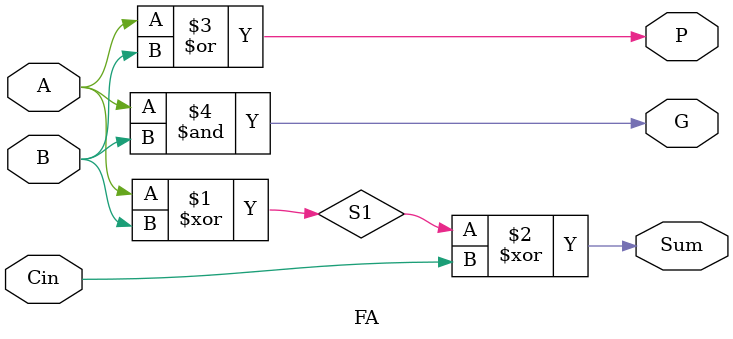
<source format=v>
`timescale 1ns / 1ps

module FA (
    input  A,
    B,
    Cin,
    output P,
    G,
    Sum
);
  wire S1, T1, T2, T3;
  xor XU1 (S1, A, B), XU2 (Sum, S1, Cin);
  or OU (P, A, B);
  and AU (G, A, B);
endmodule

</source>
